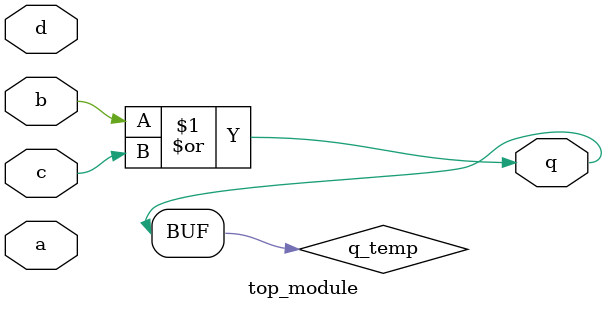
<source format=sv>
module top_module (
  input a, 
  input b, 
  input c, 
  input d,
  output q
);

  // Wire declaration
  wire q_temp;

  // Logic gate implementation
  or gate1 (q_temp, b, c);

  // Assigning output
  assign q = q_temp;

endmodule

</source>
